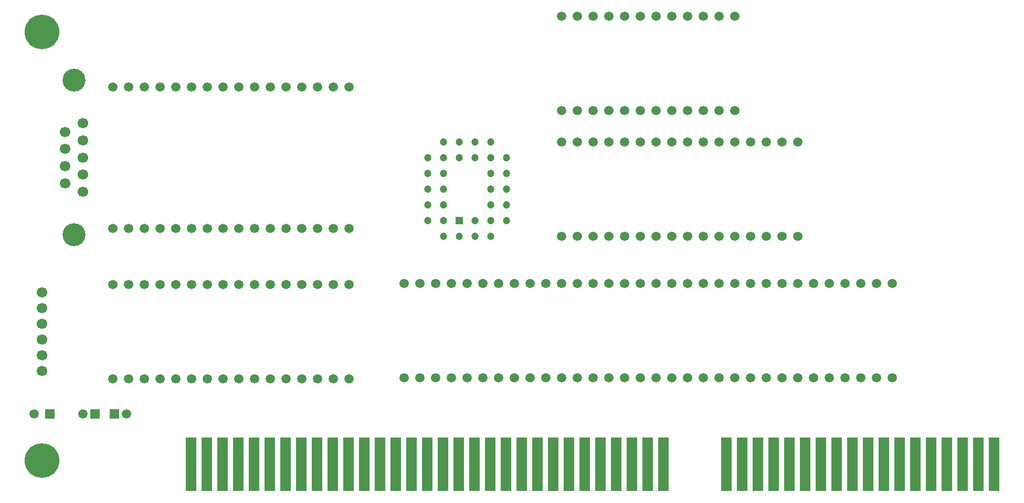
<source format=gbr>
%TF.GenerationSoftware,KiCad,Pcbnew,8.0.4*%
%TF.CreationDate,2024-08-15T20:52:11+02:00*%
%TF.ProjectId,UART Board,55415254-2042-46f6-9172-642e6b696361,rev?*%
%TF.SameCoordinates,Original*%
%TF.FileFunction,Soldermask,Bot*%
%TF.FilePolarity,Negative*%
%FSLAX46Y46*%
G04 Gerber Fmt 4.6, Leading zero omitted, Abs format (unit mm)*
G04 Created by KiCad (PCBNEW 8.0.4) date 2024-08-15 20:52:11*
%MOMM*%
%LPD*%
G01*
G04 APERTURE LIST*
%ADD10C,1.500000*%
%ADD11C,3.700000*%
%ADD12C,1.700000*%
%ADD13R,1.200000X1.200000*%
%ADD14C,1.200000*%
%ADD15R,1.500000X1.500000*%
%ADD16C,5.600000*%
%ADD17R,1.780000X8.620000*%
G04 APERTURE END LIST*
D10*
%TO.C,B4*%
X109220000Y-121920000D03*
X111760000Y-121920000D03*
X114299999Y-121920000D03*
X116840000Y-121920000D03*
X119380000Y-121920000D03*
X121920000Y-121920000D03*
X124460000Y-121920000D03*
X127000001Y-121920000D03*
X129540000Y-121920000D03*
X132080000Y-121920000D03*
X134620000Y-121920000D03*
X137159999Y-121920000D03*
X139700000Y-121920000D03*
X142240000Y-121920000D03*
X144780000Y-121920000D03*
X147319999Y-121920000D03*
X147320000Y-106680000D03*
X144780000Y-106680000D03*
X142240000Y-106680000D03*
X139700000Y-106680000D03*
X137160000Y-106680000D03*
X134620000Y-106680000D03*
X132080000Y-106680000D03*
X129540000Y-106680000D03*
X127000000Y-106680000D03*
X124460000Y-106680000D03*
X121920000Y-106680000D03*
X119380000Y-106680000D03*
X116840000Y-106680000D03*
X114300000Y-106680000D03*
X111760000Y-106680000D03*
X109220000Y-106680000D03*
%TD*%
D11*
%TO.C,B3*%
X30607000Y-121666000D03*
D12*
X32027000Y-114716000D03*
X29187000Y-113330000D03*
X32027000Y-111944000D03*
X29187000Y-110557000D03*
X32027000Y-109171000D03*
X29187000Y-107785000D03*
X32027000Y-106399000D03*
X29187000Y-105012000D03*
X32027000Y-103626000D03*
D11*
X30607000Y-96676000D03*
D10*
X36830000Y-120650000D03*
X39370000Y-120650000D03*
X41910000Y-120650000D03*
X44450000Y-120650000D03*
X46990000Y-120650000D03*
X49530000Y-120650000D03*
X52070000Y-120650000D03*
X54610000Y-120650000D03*
X57150000Y-120650000D03*
X59690000Y-120650000D03*
X62230000Y-120650000D03*
X64770000Y-120650000D03*
X67310000Y-120650000D03*
X69850000Y-120650000D03*
X72390000Y-120650000D03*
X74930000Y-120650000D03*
X74930000Y-97790000D03*
X72390000Y-97790000D03*
X69850000Y-97790000D03*
X67310000Y-97790000D03*
X64770000Y-97790000D03*
X62230000Y-97790000D03*
X59690000Y-97790000D03*
X57150000Y-97790000D03*
X54610000Y-97790000D03*
X52070000Y-97790000D03*
X49530000Y-97790000D03*
X46990000Y-97790000D03*
X44450000Y-97790000D03*
X41910000Y-97790000D03*
X39370000Y-97790000D03*
X36830000Y-97790000D03*
%TD*%
D13*
%TO.C,IC3*%
X92710000Y-119380000D03*
D14*
X95250000Y-121920000D03*
X95250000Y-119380000D03*
X97790000Y-121920000D03*
X100330000Y-119380000D03*
X97790000Y-119380000D03*
X100330000Y-116840000D03*
X97790000Y-116840000D03*
X100330000Y-114300000D03*
X97790000Y-114300000D03*
X100330000Y-111760000D03*
X97790000Y-111760000D03*
X100330000Y-109220000D03*
X97790000Y-106680000D03*
X97790000Y-109220000D03*
X95250000Y-106680000D03*
X95250000Y-109220000D03*
X92710000Y-106680000D03*
X92710000Y-109220000D03*
X90170000Y-106680000D03*
X87630000Y-109220000D03*
X90170000Y-109220000D03*
X87630000Y-111760000D03*
X90170000Y-111760000D03*
X87630000Y-114300000D03*
X90170000Y-114300000D03*
X87630000Y-116840000D03*
X90170000Y-116840000D03*
X87630000Y-119380000D03*
X90170000Y-121920000D03*
X90170000Y-119380000D03*
X92710000Y-121920000D03*
%TD*%
D10*
%TO.C,B2*%
X109220000Y-101600000D03*
X111760000Y-101600000D03*
X114299999Y-101600000D03*
X116840000Y-101600000D03*
X119380000Y-101600000D03*
X121920000Y-101600000D03*
X124460000Y-101600000D03*
X127000001Y-101600000D03*
X129540000Y-101600000D03*
X132080000Y-101600000D03*
X134620000Y-101600000D03*
X137159999Y-101600000D03*
X137160000Y-86360000D03*
X134620000Y-86360000D03*
X132080000Y-86360000D03*
X129540000Y-86360000D03*
X127000000Y-86360000D03*
X124460000Y-86360000D03*
X121920000Y-86360000D03*
X119380000Y-86360000D03*
X116840000Y-86360000D03*
X114300000Y-86360000D03*
X111760000Y-86360000D03*
X109220000Y-86360000D03*
%TD*%
D15*
%TO.C,LED1*%
X26670000Y-150622000D03*
D10*
X24130000Y-150622000D03*
%TD*%
D15*
%TO.C,C2*%
X37111400Y-150622000D03*
D10*
X39111400Y-150622000D03*
%TD*%
D16*
%TO.C,H1*%
X25400000Y-88900000D03*
%TD*%
D12*
%TO.C,B5*%
X25400000Y-143693999D03*
X25400000Y-141153999D03*
X25400000Y-138613999D03*
X25400000Y-136073999D03*
X25400000Y-133533999D03*
X25400000Y-130993999D03*
D10*
X36830000Y-144964000D03*
X39370000Y-144964000D03*
X41910000Y-144964000D03*
X44450000Y-144964000D03*
X46990000Y-144964000D03*
X49530000Y-144964000D03*
X52070000Y-144964000D03*
X54610000Y-144964000D03*
X57150000Y-144964000D03*
X59690000Y-144964000D03*
X62230000Y-144964000D03*
X64770000Y-144964000D03*
X67310000Y-144964000D03*
X69850000Y-144964000D03*
X72390000Y-144964000D03*
X74930000Y-144964000D03*
X74930000Y-129724000D03*
X72390000Y-129724000D03*
X69850000Y-129724000D03*
X67310000Y-129724000D03*
X64770000Y-129724000D03*
X62230000Y-129724000D03*
X59690000Y-129724000D03*
X57150000Y-129724000D03*
X54610000Y-129724000D03*
X52070000Y-129724000D03*
X49530000Y-129724000D03*
X46990000Y-129724000D03*
X44450000Y-129724000D03*
X41910000Y-129724000D03*
X39370000Y-129724000D03*
X36830000Y-129724000D03*
%TD*%
D17*
%TO.C,J5*%
X49479200Y-158750000D03*
X52019200Y-158750000D03*
X54559200Y-158750000D03*
X57099200Y-158750000D03*
X59639200Y-158750000D03*
X62179200Y-158750000D03*
X64719200Y-158750000D03*
X67259200Y-158750000D03*
X69799200Y-158750000D03*
X72339200Y-158750000D03*
X74879200Y-158750000D03*
X77419200Y-158750000D03*
X79959200Y-158750000D03*
X82499200Y-158750000D03*
X85039200Y-158750000D03*
X87579200Y-158750000D03*
X90119200Y-158750000D03*
X92659200Y-158750000D03*
X95199200Y-158750000D03*
X97739200Y-158750000D03*
X100279200Y-158750000D03*
X102819200Y-158750000D03*
X105359200Y-158750000D03*
X107899200Y-158750000D03*
X110439200Y-158750000D03*
X112979200Y-158750000D03*
X115519200Y-158750000D03*
X118059200Y-158750000D03*
X120599200Y-158750000D03*
X123139200Y-158750000D03*
X125679200Y-158750000D03*
X135839200Y-158750000D03*
X138379200Y-158750000D03*
X140919200Y-158750000D03*
X143459200Y-158750000D03*
X145999200Y-158750000D03*
X148539200Y-158750000D03*
X151079200Y-158750000D03*
X153619200Y-158750000D03*
X156159200Y-158750000D03*
X158699200Y-158750000D03*
X161239200Y-158750000D03*
X163779200Y-158750000D03*
X166319200Y-158750000D03*
X168859200Y-158750000D03*
X171399200Y-158750000D03*
X173939200Y-158750000D03*
X176479200Y-158750000D03*
X179019200Y-158750000D03*
%TD*%
D15*
%TO.C,C1*%
X34020000Y-150622000D03*
D10*
X32020000Y-150622000D03*
%TD*%
%TO.C,B1*%
X83820000Y-144780000D03*
X86360000Y-144780000D03*
X88900000Y-144780000D03*
X91440000Y-144780000D03*
X93980000Y-144780000D03*
X96520000Y-144780000D03*
X99060000Y-144780000D03*
X101600000Y-144780000D03*
X104140000Y-144780000D03*
X106680000Y-144780000D03*
X109220000Y-144780000D03*
X111760000Y-144780000D03*
X114300000Y-144780000D03*
X116840000Y-144780000D03*
X119380000Y-144780000D03*
X121920000Y-144780000D03*
X124460000Y-144780000D03*
X127000000Y-144780000D03*
X129540000Y-144780000D03*
X132080000Y-144780000D03*
X134620000Y-144780000D03*
X137160000Y-144780000D03*
X139700000Y-144780000D03*
X142240000Y-144780000D03*
X144780000Y-144780000D03*
X147320000Y-144780000D03*
X149860000Y-144780000D03*
X152400000Y-144780000D03*
X154940000Y-144780000D03*
X157480000Y-144780000D03*
X160020000Y-144780000D03*
X162560000Y-144780000D03*
X162560000Y-129540000D03*
X160020000Y-129540000D03*
X157480000Y-129540000D03*
X154940000Y-129540000D03*
X152400000Y-129540000D03*
X149860000Y-129540000D03*
X147320000Y-129540000D03*
X144780000Y-129540000D03*
X142240000Y-129540000D03*
X139700000Y-129540000D03*
X137160000Y-129540000D03*
X134620000Y-129540000D03*
X132080000Y-129540000D03*
X129540000Y-129540000D03*
X127000000Y-129540000D03*
X124460000Y-129540000D03*
X121920000Y-129540000D03*
X119380000Y-129540000D03*
X116840000Y-129540000D03*
X114300000Y-129540000D03*
X111760000Y-129540000D03*
X109220000Y-129540000D03*
X106680000Y-129540000D03*
X104140000Y-129540000D03*
X101600000Y-129540000D03*
X99060000Y-129540000D03*
X96520000Y-129540000D03*
X93980000Y-129540000D03*
X91440000Y-129540000D03*
X88900000Y-129540000D03*
X86360000Y-129540000D03*
X83820000Y-129540000D03*
%TD*%
D16*
%TO.C,H9*%
X25400000Y-158115000D03*
%TD*%
M02*

</source>
